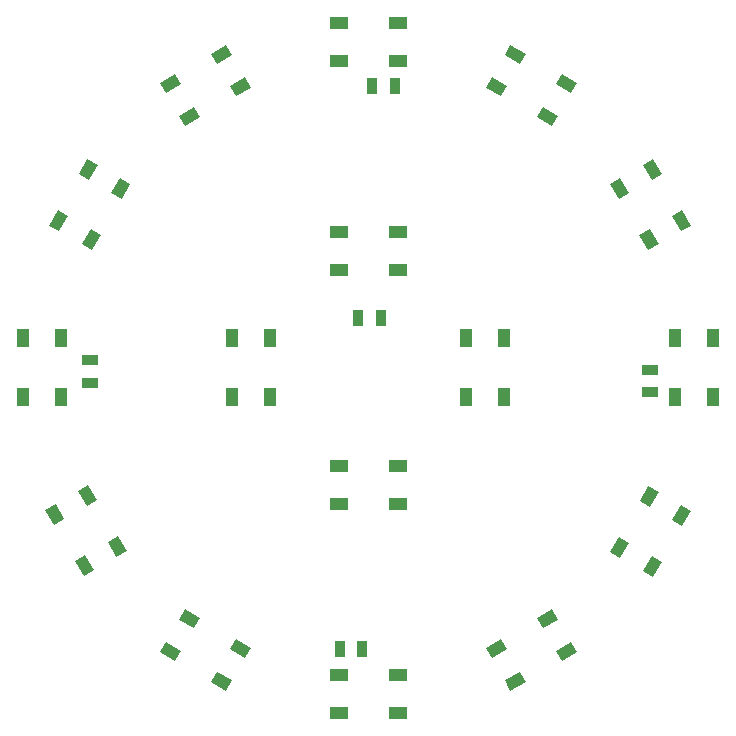
<source format=gtp>
G04 (created by PCBNEW (2013-mar-13)-testing) date Tue 03 Jun 2014 04:19:29 PM EDT*
%MOIN*%
G04 Gerber Fmt 3.4, Leading zero omitted, Abs format*
%FSLAX34Y34*%
G01*
G70*
G90*
G04 APERTURE LIST*
%ADD10C,0.005906*%
%ADD11R,0.035000X0.055000*%
%ADD12R,0.055000X0.035000*%
%ADD13R,0.039400X0.059100*%
%ADD14R,0.059100X0.039400*%
G04 APERTURE END LIST*
G54D10*
G54D11*
X57223Y-27043D03*
X57973Y-27043D03*
X56890Y-45791D03*
X56140Y-45791D03*
X57504Y-34775D03*
X56754Y-34775D03*
G54D12*
X47811Y-36914D03*
X47811Y-36164D03*
X66460Y-36491D03*
X66460Y-37241D03*
G54D13*
X60354Y-37401D03*
X61614Y-37401D03*
X61614Y-35433D03*
X60354Y-35433D03*
G54D14*
X56102Y-24921D03*
X56102Y-26181D03*
X58070Y-26181D03*
X58070Y-24921D03*
G54D10*
G36*
X67513Y-40984D02*
X67854Y-41181D01*
X67558Y-41693D01*
X67217Y-41496D01*
X67513Y-40984D01*
X67513Y-40984D01*
G37*
G36*
X66421Y-40354D02*
X66763Y-40551D01*
X66467Y-41063D01*
X66126Y-40866D01*
X66421Y-40354D01*
X66421Y-40354D01*
G37*
G36*
X65437Y-42058D02*
X65779Y-42255D01*
X65483Y-42767D01*
X65142Y-42570D01*
X65437Y-42058D01*
X65437Y-42058D01*
G37*
G36*
X66529Y-42688D02*
X66870Y-42885D01*
X66574Y-43397D01*
X66233Y-43200D01*
X66529Y-42688D01*
X66529Y-42688D01*
G37*
G54D14*
X58070Y-33149D03*
X58070Y-31889D03*
X56102Y-31889D03*
X56102Y-33149D03*
G54D10*
G36*
X61627Y-25990D02*
X61824Y-25649D01*
X62336Y-25945D01*
X62139Y-26286D01*
X61627Y-25990D01*
X61627Y-25990D01*
G37*
G36*
X60997Y-27082D02*
X61194Y-26740D01*
X61706Y-27036D01*
X61509Y-27377D01*
X60997Y-27082D01*
X60997Y-27082D01*
G37*
G36*
X62702Y-28066D02*
X62899Y-27724D01*
X63411Y-28020D01*
X63214Y-28361D01*
X62702Y-28066D01*
X62702Y-28066D01*
G37*
G36*
X63332Y-26974D02*
X63529Y-26633D01*
X64041Y-26929D01*
X63844Y-27270D01*
X63332Y-26974D01*
X63332Y-26974D01*
G37*
G54D13*
X45590Y-37401D03*
X46850Y-37401D03*
X46850Y-35433D03*
X45590Y-35433D03*
G54D10*
G36*
X63844Y-45562D02*
X64041Y-45903D01*
X63529Y-46199D01*
X63332Y-45858D01*
X63844Y-45562D01*
X63844Y-45562D01*
G37*
G36*
X63214Y-44471D02*
X63411Y-44812D01*
X62899Y-45108D01*
X62702Y-44767D01*
X63214Y-44471D01*
X63214Y-44471D01*
G37*
G36*
X61509Y-45455D02*
X61706Y-45796D01*
X61194Y-46092D01*
X60997Y-45751D01*
X61509Y-45455D01*
X61509Y-45455D01*
G37*
G36*
X62139Y-46546D02*
X62336Y-46887D01*
X61824Y-47183D01*
X61627Y-46842D01*
X62139Y-46546D01*
X62139Y-46546D01*
G37*
G54D13*
X53818Y-35433D03*
X52558Y-35433D03*
X52558Y-37401D03*
X53818Y-37401D03*
G54D10*
G36*
X66229Y-29659D02*
X66570Y-29462D01*
X66866Y-29974D01*
X66525Y-30171D01*
X66229Y-29659D01*
X66229Y-29659D01*
G37*
G36*
X65138Y-30289D02*
X65479Y-30092D01*
X65775Y-30604D01*
X65433Y-30801D01*
X65138Y-30289D01*
X65138Y-30289D01*
G37*
G36*
X66122Y-31994D02*
X66463Y-31797D01*
X66759Y-32309D01*
X66417Y-32506D01*
X66122Y-31994D01*
X66122Y-31994D01*
G37*
G36*
X67213Y-31364D02*
X67554Y-31167D01*
X67850Y-31679D01*
X67509Y-31876D01*
X67213Y-31364D01*
X67213Y-31364D01*
G37*
G36*
X46786Y-31876D02*
X46444Y-31679D01*
X46740Y-31167D01*
X47081Y-31364D01*
X46786Y-31876D01*
X46786Y-31876D01*
G37*
G36*
X47877Y-32506D02*
X47536Y-32309D01*
X47831Y-31797D01*
X48172Y-31994D01*
X47877Y-32506D01*
X47877Y-32506D01*
G37*
G36*
X48861Y-30801D02*
X48520Y-30604D01*
X48815Y-30092D01*
X49156Y-30289D01*
X48861Y-30801D01*
X48861Y-30801D01*
G37*
G36*
X47770Y-30171D02*
X47428Y-29974D01*
X47724Y-29462D01*
X48065Y-29659D01*
X47770Y-30171D01*
X47770Y-30171D01*
G37*
G54D14*
X58070Y-47913D03*
X58070Y-46653D03*
X56102Y-46653D03*
X56102Y-47913D03*
X56102Y-39685D03*
X56102Y-40945D03*
X58070Y-40945D03*
X58070Y-39685D03*
G54D13*
X68582Y-35433D03*
X67322Y-35433D03*
X67322Y-37401D03*
X68582Y-37401D03*
G54D10*
G36*
X50329Y-27270D02*
X50132Y-26929D01*
X50643Y-26633D01*
X50840Y-26974D01*
X50329Y-27270D01*
X50329Y-27270D01*
G37*
G36*
X50959Y-28361D02*
X50762Y-28020D01*
X51273Y-27724D01*
X51470Y-28066D01*
X50959Y-28361D01*
X50959Y-28361D01*
G37*
G36*
X52663Y-27377D02*
X52466Y-27036D01*
X52978Y-26740D01*
X53175Y-27082D01*
X52663Y-27377D01*
X52663Y-27377D01*
G37*
G36*
X52033Y-26286D02*
X51836Y-25945D01*
X52348Y-25649D01*
X52545Y-25990D01*
X52033Y-26286D01*
X52033Y-26286D01*
G37*
G36*
X52545Y-46842D02*
X52348Y-47183D01*
X51836Y-46887D01*
X52033Y-46546D01*
X52545Y-46842D01*
X52545Y-46842D01*
G37*
G36*
X53175Y-45751D02*
X52978Y-46092D01*
X52466Y-45796D01*
X52663Y-45455D01*
X53175Y-45751D01*
X53175Y-45751D01*
G37*
G36*
X51470Y-44767D02*
X51273Y-45108D01*
X50762Y-44812D01*
X50959Y-44471D01*
X51470Y-44767D01*
X51470Y-44767D01*
G37*
G36*
X50840Y-45858D02*
X50643Y-46199D01*
X50132Y-45903D01*
X50329Y-45562D01*
X50840Y-45858D01*
X50840Y-45858D01*
G37*
G36*
X47941Y-43174D02*
X47600Y-43371D01*
X47304Y-42859D01*
X47645Y-42662D01*
X47941Y-43174D01*
X47941Y-43174D01*
G37*
G36*
X49032Y-42544D02*
X48691Y-42741D01*
X48395Y-42229D01*
X48736Y-42032D01*
X49032Y-42544D01*
X49032Y-42544D01*
G37*
G36*
X48048Y-40840D02*
X47707Y-41037D01*
X47411Y-40525D01*
X47752Y-40328D01*
X48048Y-40840D01*
X48048Y-40840D01*
G37*
G36*
X46957Y-41470D02*
X46616Y-41667D01*
X46320Y-41155D01*
X46661Y-40958D01*
X46957Y-41470D01*
X46957Y-41470D01*
G37*
M02*

</source>
